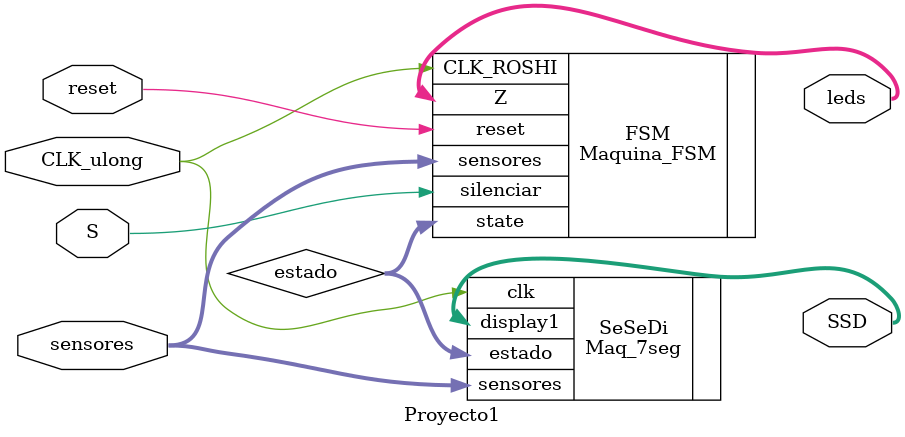
<source format=v>
`timescale 1ns / 1ps

module Proyecto1(
	input wire CLK_ulong, reset, S,
	input wire [3:0] sensores,
	output wire [10:0] SSD,
	output wire [2:0] leds);
	 
	wire [2:0] estado;
	wire clk7, clkmp;
	
   Maquina_FSM FSM(
		.CLK_ROSHI(CLK_ulong), .reset(reset), .sensores(sensores), .silenciar(S),
		.Z(leds), .state(estado));

	Maq_7seg SeSeDi(
		.clk(CLK_ulong), .estado(estado), .sensores(sensores), .display1(SSD));
		
	/*Divisor7Seg Frec(
		.clk(CLK_ulong), .clk_out(clk7));
		
	Divisor FrecFSM(
		.clk(CLK_ulong), .clk_out(clkmp));*/
	
endmodule

</source>
